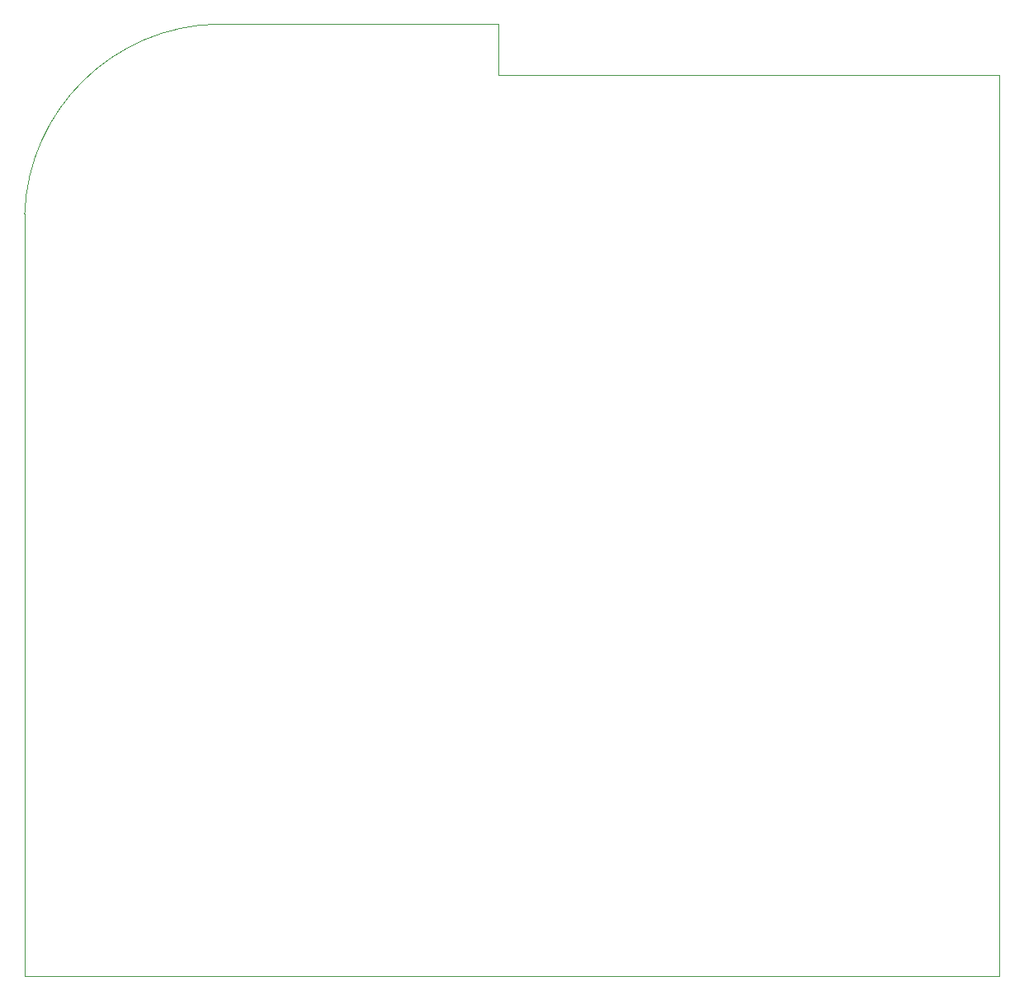
<source format=gbr>
%TF.GenerationSoftware,KiCad,Pcbnew,9.0.6*%
%TF.CreationDate,2026-01-02T13:15:05-05:00*%
%TF.ProjectId,Ionto,496f6e74-6f2e-46b6-9963-61645f706362,rev?*%
%TF.SameCoordinates,Original*%
%TF.FileFunction,Profile,NP*%
%FSLAX46Y46*%
G04 Gerber Fmt 4.6, Leading zero omitted, Abs format (unit mm)*
G04 Created by KiCad (PCBNEW 9.0.6) date 2026-01-02 13:15:05*
%MOMM*%
%LPD*%
G01*
G04 APERTURE LIST*
%TA.AperFunction,Profile*%
%ADD10C,0.050000*%
%TD*%
G04 APERTURE END LIST*
D10*
X16400000Y-33500000D02*
G75*
G02*
X36299995Y-13999634I20216720J-726940D01*
G01*
X65050000Y-14000000D02*
X65050000Y-19260144D01*
X47000000Y-14000000D02*
X36300000Y-14000000D01*
X47000000Y-14000000D02*
X65050000Y-14000000D01*
X65050000Y-19260144D02*
X116400000Y-19260000D01*
X116390200Y-111760000D02*
X116400000Y-19260000D01*
X16400000Y-33500000D02*
X16400000Y-111760000D01*
X116390200Y-111760000D02*
X16400000Y-111760000D01*
M02*

</source>
